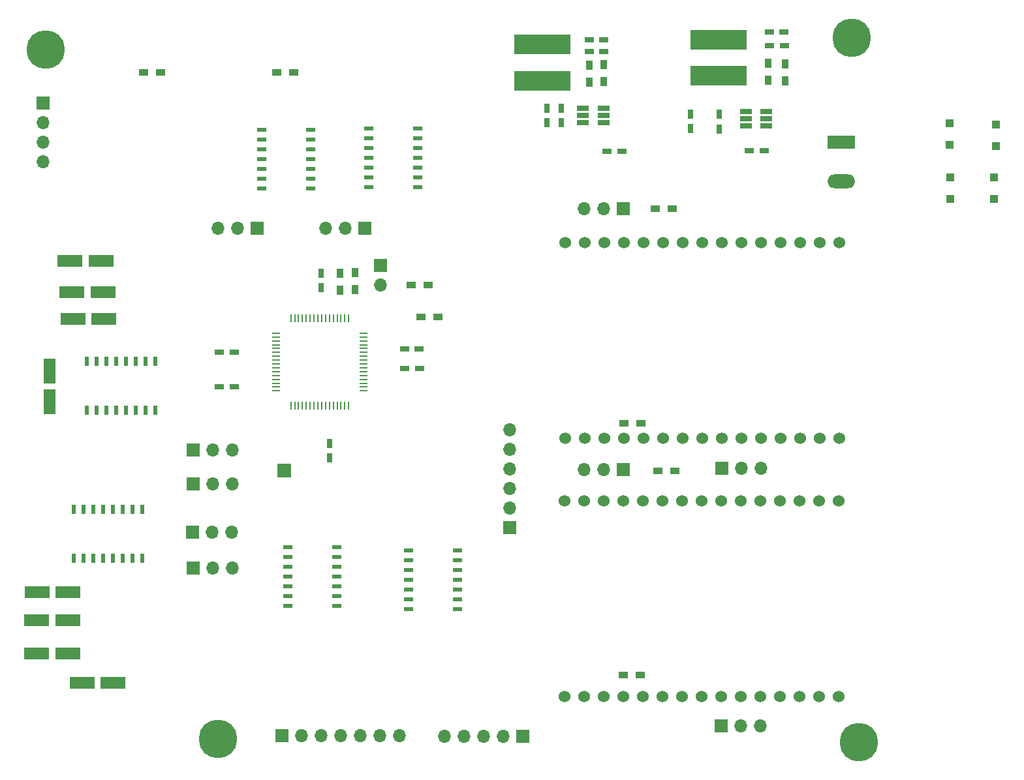
<source format=gbr>
G04 #@! TF.FileFunction,Copper,L2,Bot,Signal*
%FSLAX46Y46*%
G04 Gerber Fmt 4.6, Leading zero omitted, Abs format (unit mm)*
G04 Created by KiCad (PCBNEW 4.0.6) date 06/30/17 11:01:05*
%MOMM*%
%LPD*%
G01*
G04 APERTURE LIST*
%ADD10C,0.100000*%
%ADD11C,5.000000*%
%ADD12R,0.750000X1.200000*%
%ADD13R,1.200000X0.750000*%
%ADD14R,3.200000X1.500000*%
%ADD15R,1.500000X3.200000*%
%ADD16R,1.100000X1.100000*%
%ADD17R,3.600000X1.800000*%
%ADD18O,3.600000X1.800000*%
%ADD19R,1.700000X1.700000*%
%ADD20O,1.700000X1.700000*%
%ADD21R,7.300000X2.600000*%
%ADD22R,0.900000X1.200000*%
%ADD23R,1.200000X0.900000*%
%ADD24R,1.560000X0.650000*%
%ADD25R,1.000000X0.250000*%
%ADD26R,0.250000X1.000000*%
%ADD27R,1.143000X0.508000*%
%ADD28C,1.524000*%
%ADD29R,0.508000X1.143000*%
G04 APERTURE END LIST*
D10*
D11*
X71630000Y-40510000D03*
X93980000Y-130050000D03*
X177170000Y-130430000D03*
D12*
X136670000Y-50020000D03*
X136670000Y-48120000D03*
X155265000Y-50785000D03*
X155265000Y-48885000D03*
X138520000Y-48120000D03*
X138520000Y-50020000D03*
X159015000Y-48935000D03*
X159015000Y-50835000D03*
D13*
X144500000Y-53725000D03*
X146400000Y-53725000D03*
X162960000Y-53660000D03*
X164860000Y-53660000D03*
X142140000Y-40740000D03*
X144040000Y-40740000D03*
X165565000Y-40035000D03*
X167465000Y-40035000D03*
X142140000Y-39280000D03*
X144040000Y-39280000D03*
X165540000Y-38210000D03*
X167440000Y-38210000D03*
X96110000Y-79780000D03*
X94210000Y-79780000D03*
D12*
X107370000Y-71440000D03*
X107370000Y-69540000D03*
D13*
X118210000Y-79350000D03*
X120110000Y-79350000D03*
X118240000Y-81900000D03*
X120140000Y-81900000D03*
D12*
X108460000Y-91640000D03*
X108460000Y-93540000D03*
D13*
X96100000Y-84330000D03*
X94200000Y-84330000D03*
D14*
X75230000Y-75500000D03*
X79230000Y-75500000D03*
X75070000Y-72030000D03*
X79070000Y-72030000D03*
X74820000Y-67940000D03*
X78820000Y-67940000D03*
D15*
X72150000Y-82260000D03*
X72150000Y-86260000D03*
D14*
X74492000Y-118906000D03*
X70492000Y-118906000D03*
X74492000Y-114631000D03*
X70492000Y-114631000D03*
X70567000Y-110956000D03*
X74567000Y-110956000D03*
X76367000Y-122706000D03*
X80367000Y-122706000D03*
D16*
X188985000Y-57110000D03*
X188985000Y-59910000D03*
X194910000Y-50260000D03*
X194910000Y-53060000D03*
X194635000Y-59910000D03*
X194635000Y-57110000D03*
D17*
X174880000Y-52580000D03*
D18*
X174880000Y-57660000D03*
D19*
X71290000Y-47470000D03*
D20*
X71290000Y-50010000D03*
X71290000Y-52550000D03*
X71290000Y-55090000D03*
D19*
X115062000Y-68580000D03*
D20*
X115062000Y-71120000D03*
D19*
X131840000Y-102590000D03*
D20*
X131840000Y-100050000D03*
X131840000Y-97510000D03*
X131840000Y-94970000D03*
X131840000Y-92430000D03*
X131840000Y-89890000D03*
D19*
X102320000Y-129620000D03*
D20*
X104860000Y-129620000D03*
X107400000Y-129620000D03*
X109940000Y-129620000D03*
X112480000Y-129620000D03*
X115020000Y-129620000D03*
X117560000Y-129620000D03*
D19*
X133550000Y-129670000D03*
D20*
X131010000Y-129670000D03*
X128470000Y-129670000D03*
X125930000Y-129670000D03*
X123390000Y-129670000D03*
D19*
X99060000Y-63754000D03*
D20*
X96520000Y-63754000D03*
X93980000Y-63754000D03*
D19*
X113030000Y-63754000D03*
D20*
X110490000Y-63754000D03*
X107950000Y-63754000D03*
D19*
X146570000Y-95050000D03*
D20*
X144030000Y-95050000D03*
X141490000Y-95050000D03*
D19*
X159310000Y-128320000D03*
D20*
X161850000Y-128320000D03*
X164390000Y-128320000D03*
D19*
X146590000Y-61170000D03*
D20*
X144050000Y-61170000D03*
X141510000Y-61170000D03*
D19*
X159350000Y-94850000D03*
D20*
X161890000Y-94850000D03*
X164430000Y-94850000D03*
D19*
X90690000Y-103210000D03*
D20*
X93230000Y-103210000D03*
X95770000Y-103210000D03*
D19*
X90770000Y-107820000D03*
D20*
X93310000Y-107820000D03*
X95850000Y-107820000D03*
D19*
X90780000Y-96870000D03*
D20*
X93320000Y-96870000D03*
X95860000Y-96870000D03*
D19*
X90750000Y-92510000D03*
D20*
X93290000Y-92510000D03*
X95830000Y-92510000D03*
D21*
X136070000Y-44540000D03*
X136070000Y-39840000D03*
X158965000Y-43910000D03*
X158965000Y-39210000D03*
D22*
X142140000Y-42510000D03*
X142140000Y-44710000D03*
X144040000Y-44700000D03*
X144040000Y-42500000D03*
X165415000Y-42335000D03*
X165415000Y-44535000D03*
X167540000Y-44585000D03*
X167540000Y-42385000D03*
D23*
X121242000Y-71120000D03*
X119042000Y-71120000D03*
D22*
X111760000Y-71712000D03*
X111760000Y-69512000D03*
D23*
X146550000Y-121680000D03*
X148750000Y-121680000D03*
X151046000Y-95250000D03*
X153246000Y-95250000D03*
X146640000Y-89010000D03*
X148840000Y-89010000D03*
X150730000Y-61180000D03*
X152930000Y-61180000D03*
D24*
X141340000Y-50020000D03*
X141340000Y-49070000D03*
X141340000Y-48120000D03*
X144040000Y-48120000D03*
X144040000Y-50020000D03*
X144040000Y-49070000D03*
X162465000Y-50435000D03*
X162465000Y-49485000D03*
X162465000Y-48535000D03*
X165165000Y-48535000D03*
X165165000Y-50435000D03*
X165165000Y-49485000D03*
D25*
X101510000Y-84830000D03*
X101510000Y-84330000D03*
X101510000Y-83830000D03*
X101510000Y-83330000D03*
X101510000Y-82830000D03*
X101510000Y-82330000D03*
X101510000Y-81830000D03*
X101510000Y-81330000D03*
X101510000Y-80830000D03*
X101510000Y-80330000D03*
X101510000Y-79830000D03*
X101510000Y-79330000D03*
X101510000Y-78830000D03*
X101510000Y-78330000D03*
X101510000Y-77830000D03*
X101510000Y-77330000D03*
D26*
X103460000Y-75380000D03*
X103960000Y-75380000D03*
X104460000Y-75380000D03*
X104960000Y-75380000D03*
X105460000Y-75380000D03*
X105960000Y-75380000D03*
X106460000Y-75380000D03*
X106960000Y-75380000D03*
X107460000Y-75380000D03*
X107960000Y-75380000D03*
X108460000Y-75380000D03*
X108960000Y-75380000D03*
X109460000Y-75380000D03*
X109960000Y-75380000D03*
X110460000Y-75380000D03*
X110960000Y-75380000D03*
D25*
X112910000Y-77330000D03*
X112910000Y-77830000D03*
X112910000Y-78330000D03*
X112910000Y-78830000D03*
X112910000Y-79330000D03*
X112910000Y-79830000D03*
X112910000Y-80330000D03*
X112910000Y-80830000D03*
X112910000Y-81330000D03*
X112910000Y-81830000D03*
X112910000Y-82330000D03*
X112910000Y-82830000D03*
X112910000Y-83330000D03*
X112910000Y-83830000D03*
X112910000Y-84330000D03*
X112910000Y-84830000D03*
D26*
X110960000Y-86780000D03*
X110460000Y-86780000D03*
X109960000Y-86780000D03*
X109460000Y-86780000D03*
X108960000Y-86780000D03*
X108460000Y-86780000D03*
X107960000Y-86780000D03*
X107460000Y-86780000D03*
X106960000Y-86780000D03*
X106460000Y-86780000D03*
X105960000Y-86780000D03*
X105460000Y-86780000D03*
X104960000Y-86780000D03*
X104460000Y-86780000D03*
X103960000Y-86780000D03*
X103460000Y-86780000D03*
D27*
X99698000Y-58550000D03*
X99698000Y-57280000D03*
X99698000Y-56010000D03*
X99698000Y-54740000D03*
X99698000Y-53470000D03*
X99698000Y-52200000D03*
X99698000Y-50930000D03*
X106048000Y-50930000D03*
X106048000Y-52200000D03*
X106048000Y-54740000D03*
X106048000Y-56010000D03*
X106048000Y-57280000D03*
X106048000Y-58550000D03*
X106048000Y-53470000D03*
X113538000Y-58420000D03*
X113538000Y-57150000D03*
X113538000Y-55880000D03*
X113538000Y-54610000D03*
X113538000Y-53340000D03*
X113538000Y-52070000D03*
X113538000Y-50800000D03*
X119888000Y-50800000D03*
X119888000Y-52070000D03*
X119888000Y-54610000D03*
X119888000Y-55880000D03*
X119888000Y-57150000D03*
X119888000Y-58420000D03*
X119888000Y-53340000D03*
X109452000Y-105090000D03*
X109452000Y-106360000D03*
X109452000Y-107630000D03*
X109452000Y-108900000D03*
X109452000Y-110170000D03*
X109452000Y-111440000D03*
X109452000Y-112710000D03*
X103102000Y-112710000D03*
X103102000Y-111440000D03*
X103102000Y-108900000D03*
X103102000Y-107630000D03*
X103102000Y-106360000D03*
X103102000Y-105090000D03*
X103102000Y-110170000D03*
X125092000Y-105540000D03*
X125092000Y-106810000D03*
X125092000Y-108080000D03*
X125092000Y-109350000D03*
X125092000Y-110620000D03*
X125092000Y-111890000D03*
X125092000Y-113160000D03*
X118742000Y-113160000D03*
X118742000Y-111890000D03*
X118742000Y-109350000D03*
X118742000Y-108080000D03*
X118742000Y-106810000D03*
X118742000Y-105540000D03*
X118742000Y-110620000D03*
D28*
X138940000Y-99110000D03*
X141480000Y-99110000D03*
X144020000Y-99110000D03*
X146560000Y-99110000D03*
X149100000Y-99110000D03*
X151640000Y-99110000D03*
X154180000Y-99110000D03*
X156720000Y-99110000D03*
X159260000Y-99110000D03*
X161800000Y-99110000D03*
X164340000Y-99110000D03*
X166880000Y-99110000D03*
X169420000Y-99110000D03*
X171960000Y-99110000D03*
X174500000Y-99110000D03*
X174500000Y-124510000D03*
X171960000Y-124510000D03*
X169420000Y-124510000D03*
X166880000Y-124510000D03*
X164340000Y-124510000D03*
X161800000Y-124510000D03*
X159260000Y-124510000D03*
X156720000Y-124510000D03*
X154180000Y-124510000D03*
X151640000Y-124510000D03*
X149100000Y-124510000D03*
X146560000Y-124510000D03*
X144020000Y-124510000D03*
X141480000Y-124510000D03*
X138940000Y-124510000D03*
X139010000Y-65610000D03*
X141550000Y-65610000D03*
X144090000Y-65610000D03*
X146630000Y-65610000D03*
X149170000Y-65610000D03*
X151710000Y-65610000D03*
X154250000Y-65610000D03*
X156790000Y-65610000D03*
X159330000Y-65610000D03*
X161870000Y-65610000D03*
X164410000Y-65610000D03*
X166950000Y-65610000D03*
X169490000Y-65610000D03*
X172030000Y-65610000D03*
X174570000Y-65610000D03*
X174570000Y-91010000D03*
X172030000Y-91010000D03*
X169490000Y-91010000D03*
X166950000Y-91010000D03*
X164410000Y-91010000D03*
X161870000Y-91010000D03*
X159330000Y-91010000D03*
X156790000Y-91010000D03*
X154250000Y-91010000D03*
X151710000Y-91010000D03*
X149170000Y-91010000D03*
X146630000Y-91010000D03*
X144090000Y-91010000D03*
X141550000Y-91010000D03*
X139010000Y-91010000D03*
D29*
X84185000Y-100195000D03*
X81645000Y-100195000D03*
X80375000Y-100195000D03*
X79105000Y-100195000D03*
X77835000Y-100195000D03*
X76565000Y-100195000D03*
X75295000Y-100195000D03*
X75295000Y-106545000D03*
X76565000Y-106545000D03*
X77835000Y-106545000D03*
X79105000Y-106545000D03*
X80375000Y-106545000D03*
X81645000Y-106545000D03*
X82915000Y-106545000D03*
X84185000Y-106545000D03*
X82915000Y-100195000D03*
X76985000Y-87335000D03*
X79525000Y-87335000D03*
X80795000Y-87335000D03*
X82065000Y-87335000D03*
X83335000Y-87335000D03*
X84605000Y-87335000D03*
X85875000Y-87335000D03*
X85875000Y-80985000D03*
X84605000Y-80985000D03*
X83335000Y-80985000D03*
X82065000Y-80985000D03*
X80795000Y-80985000D03*
X79525000Y-80985000D03*
X78255000Y-80985000D03*
X76985000Y-80985000D03*
X78255000Y-87335000D03*
D16*
X188910000Y-52870000D03*
X188910000Y-50070000D03*
D22*
X109820000Y-69520000D03*
X109820000Y-71720000D03*
D11*
X176240000Y-38960000D03*
D23*
X84320000Y-43470000D03*
X86520000Y-43470000D03*
X101660000Y-43470000D03*
X103860000Y-43470000D03*
X122570000Y-75240000D03*
X120370000Y-75240000D03*
D10*
G36*
X101750000Y-96020000D02*
X101750000Y-94320000D01*
X103450000Y-94320000D01*
X103450000Y-96020000D01*
X101750000Y-96020000D01*
X101750000Y-96020000D01*
G37*
M02*

</source>
